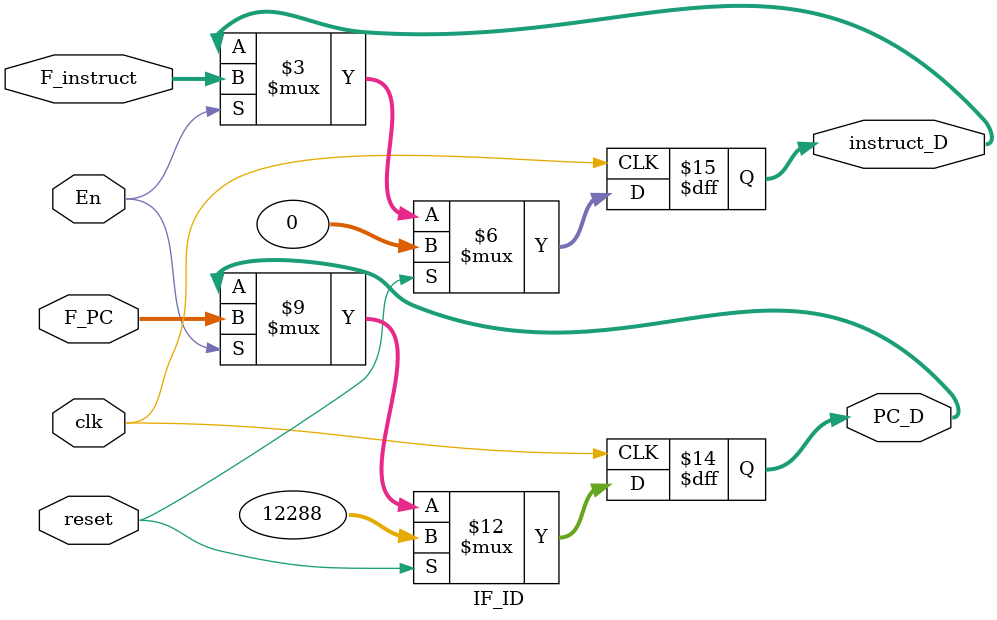
<source format=v>
`timescale 1ns / 1ps
module IF_ID(
    input [31:0] F_PC,
    input [31:0] F_instruct,
    input En,
    input clk,
    input reset,
    
    output reg [31:0] PC_D,
    output reg [31:0] instruct_D
    );

    always @(posedge clk) begin
        if(reset) begin
            PC_D <= 32'h0000_3000;
            instruct_D <= 32'h0000_0000;
        end
        else begin
            if(En) begin
                PC_D <= F_PC;
                instruct_D <= F_instruct;
            end
            else begin
                PC_D <= PC_D;
                instruct_D <= instruct_D;
            end
        end
    end

endmodule

</source>
